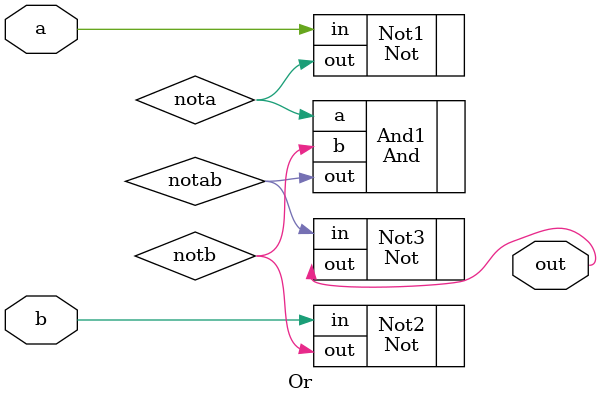
<source format=v>
module Or (
    input a,
    input b,
    output out
);
	wire nota;
	wire notb;
	wire notab;
    Not Not1(.in(a), .out(nota));
	Not Not2(.in(b), .out(notb));
	And And1(.a(nota), .b(notb), .out(notab));
	Not Not3(.in(notab), .out(out));
endmodule
</source>
